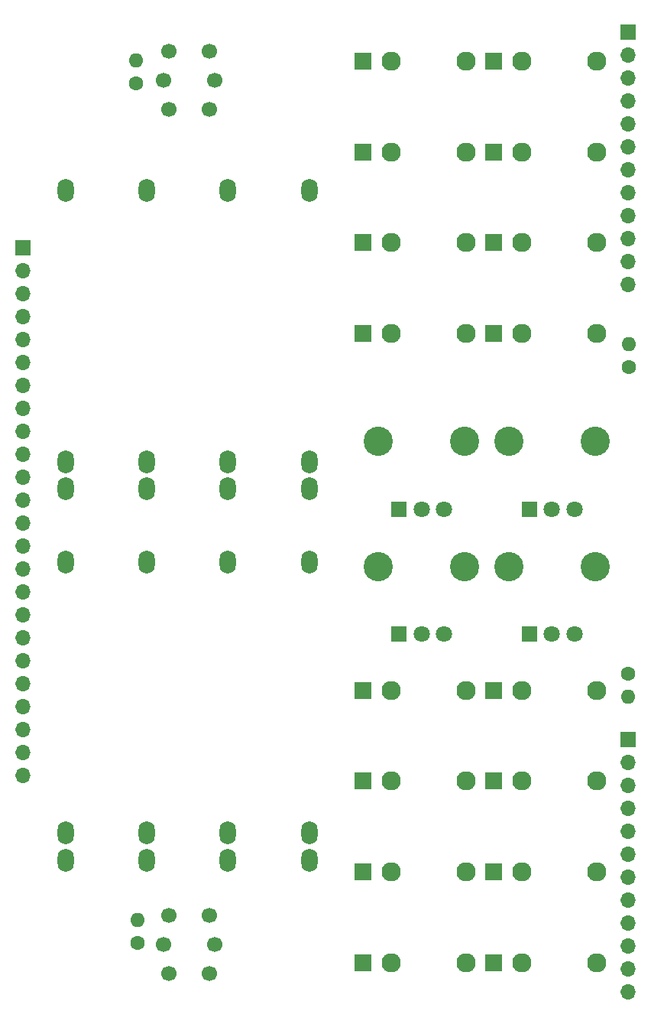
<source format=gbr>
%TF.GenerationSoftware,KiCad,Pcbnew,7.0.1-0*%
%TF.CreationDate,2024-01-08T18:45:34+13:00*%
%TF.ProjectId,MOL-control,4d4f4c2d-636f-46e7-9472-6f6c2e6b6963,001*%
%TF.SameCoordinates,Original*%
%TF.FileFunction,Soldermask,Top*%
%TF.FilePolarity,Negative*%
%FSLAX46Y46*%
G04 Gerber Fmt 4.6, Leading zero omitted, Abs format (unit mm)*
G04 Created by KiCad (PCBNEW 7.0.1-0) date 2024-01-08 18:45:34*
%MOMM*%
%LPD*%
G01*
G04 APERTURE LIST*
%ADD10O,1.800000X2.600000*%
%ADD11R,1.830000X1.930000*%
%ADD12C,2.130000*%
%ADD13C,1.700000*%
%ADD14C,3.240000*%
%ADD15R,1.800000X1.800000*%
%ADD16C,1.800000*%
%ADD17C,1.600000*%
%ADD18O,1.600000X1.600000*%
%ADD19R,1.700000X1.700000*%
%ADD20O,1.700000X1.700000*%
G04 APERTURE END LIST*
D10*
%TO.C,RV6*%
X121800000Y-125650000D03*
X121800000Y-128650000D03*
X121800000Y-95650000D03*
%TD*%
D11*
%TO.C,J9*%
X160220000Y-119900000D03*
D12*
X171620000Y-119900000D03*
X163320000Y-119900000D03*
%TD*%
D11*
%TO.C,J3*%
X145770000Y-109850000D03*
D12*
X157170000Y-109850000D03*
X148870000Y-109850000D03*
%TD*%
D13*
%TO.C,SW2*%
X124235000Y-141195000D03*
X124235000Y-134795000D03*
X128735000Y-141195000D03*
X128735000Y-134795000D03*
X123685000Y-137995000D03*
X129285000Y-137995000D03*
%TD*%
D14*
%TO.C,RV10*%
X161900000Y-96150000D03*
X171500000Y-96150000D03*
D15*
X164200000Y-103650000D03*
D16*
X166700000Y-103650000D03*
X169200000Y-103650000D03*
%TD*%
D10*
%TO.C,RV2*%
X121800000Y-84550000D03*
X121800000Y-87550000D03*
X121800000Y-54550000D03*
%TD*%
%TO.C,RV3*%
X130800000Y-84550000D03*
X130800000Y-87550000D03*
X130800000Y-54550000D03*
%TD*%
%TO.C,RV7*%
X130800000Y-125650000D03*
X130800000Y-128650000D03*
X130800000Y-95650000D03*
%TD*%
D11*
%TO.C,J7*%
X160220000Y-140000000D03*
D12*
X171620000Y-140000000D03*
X163320000Y-140000000D03*
%TD*%
D17*
%TO.C,R58*%
X120800000Y-137845000D03*
D18*
X120800000Y-135305000D03*
%TD*%
D11*
%TO.C,J13*%
X145770000Y-119900000D03*
D12*
X157170000Y-119900000D03*
X148870000Y-119900000D03*
%TD*%
D11*
%TO.C,J4*%
X145770000Y-40200000D03*
D12*
X157170000Y-40200000D03*
X148870000Y-40200000D03*
%TD*%
D10*
%TO.C,RV8*%
X139800000Y-125650000D03*
X139800000Y-128650000D03*
X139800000Y-95650000D03*
%TD*%
D11*
%TO.C,J8*%
X160220000Y-60300000D03*
D12*
X171620000Y-60300000D03*
X163320000Y-60300000D03*
%TD*%
D17*
%TO.C,R64*%
X175100000Y-108000000D03*
D18*
X175100000Y-110540000D03*
%TD*%
D17*
%TO.C,R65*%
X175200000Y-74045000D03*
D18*
X175200000Y-71505000D03*
%TD*%
D14*
%TO.C,RV11*%
X147450000Y-82300000D03*
X157050000Y-82300000D03*
D15*
X149750000Y-89800000D03*
D16*
X152250000Y-89800000D03*
X154750000Y-89800000D03*
%TD*%
D11*
%TO.C,J12*%
X145770000Y-60300000D03*
D12*
X157170000Y-60300000D03*
X148870000Y-60300000D03*
%TD*%
D11*
%TO.C,J5*%
X145770000Y-140000000D03*
D12*
X157170000Y-140000000D03*
X148870000Y-140000000D03*
%TD*%
D14*
%TO.C,RV12*%
X147450000Y-96150000D03*
X157050000Y-96150000D03*
D15*
X149750000Y-103650000D03*
D16*
X152250000Y-103650000D03*
X154750000Y-103650000D03*
%TD*%
D11*
%TO.C,J2*%
X145770000Y-70350000D03*
D12*
X157170000Y-70350000D03*
X148870000Y-70350000D03*
%TD*%
D11*
%TO.C,J16*%
X145770000Y-50240000D03*
D12*
X157170000Y-50240000D03*
X148870000Y-50240000D03*
%TD*%
D17*
%TO.C,R56*%
X120600000Y-42645000D03*
D18*
X120600000Y-40105000D03*
%TD*%
D11*
%TO.C,J14*%
X160220000Y-70350000D03*
D12*
X171620000Y-70350000D03*
X163320000Y-70350000D03*
%TD*%
D11*
%TO.C,J6*%
X160220000Y-40200000D03*
D12*
X171620000Y-40200000D03*
X163320000Y-40200000D03*
%TD*%
D11*
%TO.C,J17*%
X145770000Y-129950000D03*
D12*
X157170000Y-129950000D03*
X148870000Y-129950000D03*
%TD*%
D10*
%TO.C,RV4*%
X139800000Y-84550000D03*
X139800000Y-87550000D03*
X139800000Y-54550000D03*
%TD*%
%TO.C,RV5*%
X112800000Y-125650000D03*
X112800000Y-128650000D03*
X112800000Y-95650000D03*
%TD*%
%TO.C,RV1*%
X112800000Y-84550000D03*
X112800000Y-87550000D03*
X112800000Y-54550000D03*
%TD*%
D11*
%TO.C,J15*%
X160220000Y-109850000D03*
D12*
X171620000Y-109850000D03*
X163320000Y-109850000D03*
%TD*%
D14*
%TO.C,RV9*%
X161900000Y-82300000D03*
X171500000Y-82300000D03*
D15*
X164200000Y-89800000D03*
D16*
X166700000Y-89800000D03*
X169200000Y-89800000D03*
%TD*%
D11*
%TO.C,J11*%
X160220000Y-129950000D03*
D12*
X171620000Y-129950000D03*
X163320000Y-129950000D03*
%TD*%
D11*
%TO.C,J10*%
X160220000Y-50250000D03*
D12*
X171620000Y-50250000D03*
X163320000Y-50250000D03*
%TD*%
D13*
%TO.C,SW1*%
X124235000Y-45545000D03*
X124235000Y-39145000D03*
X128735000Y-45545000D03*
X128735000Y-39145000D03*
X123685000Y-42345000D03*
X129285000Y-42345000D03*
%TD*%
D19*
%TO.C,J24*%
X175100000Y-37000000D03*
D20*
X175100000Y-39540000D03*
X175100000Y-42080000D03*
X175100000Y-44620000D03*
X175100000Y-47160000D03*
X175100000Y-49700000D03*
X175100000Y-52240000D03*
X175100000Y-54780000D03*
X175100000Y-57320000D03*
X175100000Y-59860000D03*
X175100000Y-62400000D03*
X175100000Y-64940000D03*
%TD*%
D19*
%TO.C,J26*%
X175100000Y-115310000D03*
D20*
X175100000Y-117850000D03*
X175100000Y-120390000D03*
X175100000Y-122930000D03*
X175100000Y-125470000D03*
X175100000Y-128010000D03*
X175100000Y-130550000D03*
X175100000Y-133090000D03*
X175100000Y-135630000D03*
X175100000Y-138170000D03*
X175100000Y-140710000D03*
X175100000Y-143250000D03*
%TD*%
D19*
%TO.C,J22*%
X108100000Y-60880000D03*
D20*
X108100000Y-63420000D03*
X108100000Y-65960000D03*
X108100000Y-68500000D03*
X108100000Y-71040000D03*
X108100000Y-73580000D03*
X108100000Y-76120000D03*
X108100000Y-78660000D03*
X108100000Y-81200000D03*
X108100000Y-83740000D03*
X108100000Y-86280000D03*
X108100000Y-88820000D03*
X108100000Y-91360000D03*
X108100000Y-93900000D03*
X108100000Y-96440000D03*
X108100000Y-98980000D03*
X108100000Y-101520000D03*
X108100000Y-104060000D03*
X108100000Y-106600000D03*
X108100000Y-109140000D03*
X108100000Y-111680000D03*
X108100000Y-114220000D03*
X108100000Y-116760000D03*
X108100000Y-119300000D03*
%TD*%
M02*

</source>
